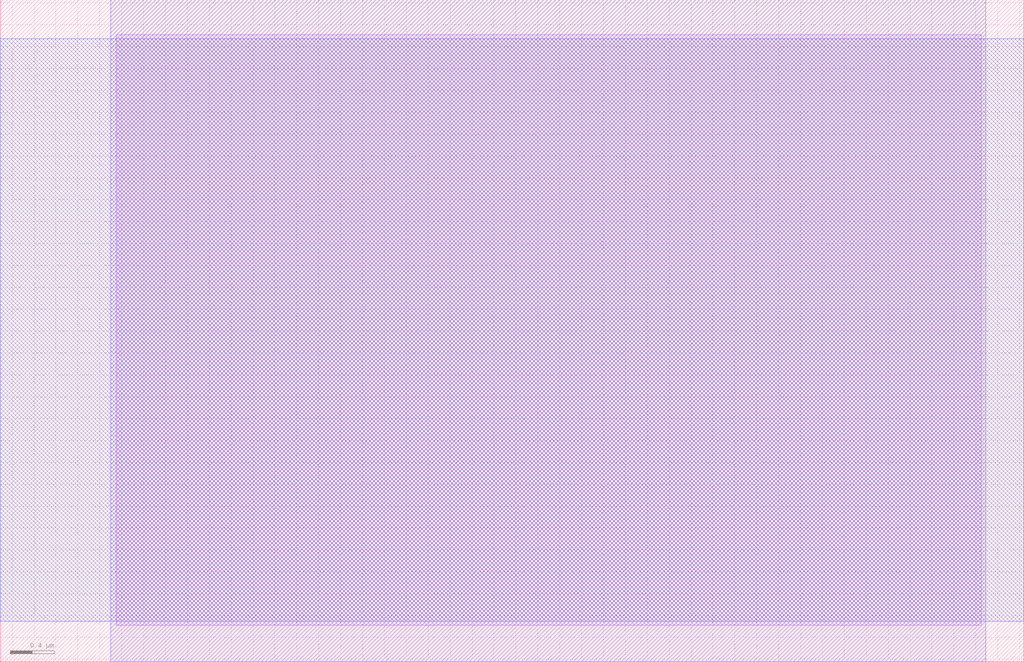
<source format=lef>
VERSION 5.7 ;
  NOWIREEXTENSIONATPIN ON ;
  DIVIDERCHAR "/" ;
  BUSBITCHARS "[]" ;
MACRO /home/bjmuld/work/hilas/fastlane/PDKs/sky130A_hilas/libs.ref/sky130_hilas_sc/mag/sky130_hilas_swc4x1cellOverlap2
  CLASS BLOCK ;
  FOREIGN /home/bjmuld/work/hilas/fastlane/PDKs/sky130A_hilas/libs.ref/sky130_hilas_sc/mag/sky130_hilas_swc4x1cellOverlap2 ;
  ORIGIN 1.910 3.820 ;
  SIZE 9.350 BY 6.050 ;
  OBS
      LAYER li1 ;
        RECT -0.850 -3.490 7.050 1.910 ;
      LAYER met1 ;
        RECT -0.900 -3.820 7.090 2.230 ;
      LAYER met2 ;
        RECT -1.910 -3.450 7.440 1.870 ;
  END
END /home/bjmuld/work/hilas/fastlane/PDKs/sky130A_hilas/libs.ref/sky130_hilas_sc/mag/sky130_hilas_swc4x1cellOverlap2
END LIBRARY


</source>
